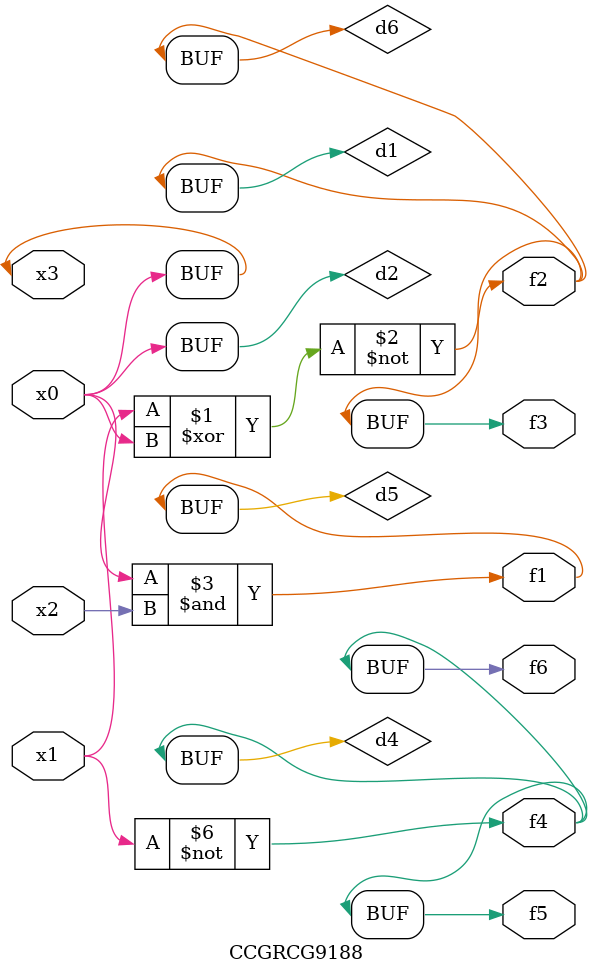
<source format=v>
module CCGRCG9188(
	input x0, x1, x2, x3,
	output f1, f2, f3, f4, f5, f6
);

	wire d1, d2, d3, d4, d5, d6;

	xnor (d1, x1, x3);
	buf (d2, x0, x3);
	nand (d3, x0, x2);
	not (d4, x1);
	nand (d5, d3);
	or (d6, d1);
	assign f1 = d5;
	assign f2 = d6;
	assign f3 = d6;
	assign f4 = d4;
	assign f5 = d4;
	assign f6 = d4;
endmodule

</source>
